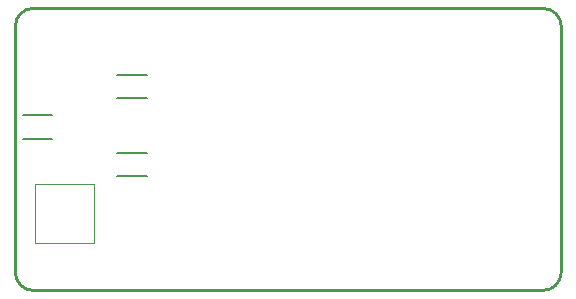
<source format=gm1>
G04*
G04 #@! TF.GenerationSoftware,Altium Limited,Altium Designer,22.2.1 (43)*
G04*
G04 Layer_Color=16711935*
%FSLAX25Y25*%
%MOIN*%
G70*
G04*
G04 #@! TF.SameCoordinates,5BB0EFD5-3206-4E1C-A6FC-55E40B3CF44B*
G04*
G04*
G04 #@! TF.FilePolarity,Positive*
G04*
G01*
G75*
%ADD10C,0.01000*%
%ADD93C,0.00500*%
%ADD95C,0.00000*%
D10*
X170000Y-47000D02*
G03*
X176000Y-41000I0J6000D01*
G01*
Y41000D02*
G03*
X170000Y47000I-6000J0D01*
G01*
X0D02*
G03*
X-6000Y41000I0J-6000D01*
G01*
Y-41000D02*
G03*
X0Y-47000I6000J0D01*
G01*
X-6000Y-41000D02*
Y41000D01*
X0Y47000D02*
X170000D01*
X176000Y-41000D02*
Y41000D01*
X0Y-47000D02*
X170000D01*
D93*
X-3421Y3563D02*
X6421D01*
X-3421Y11437D02*
X6421D01*
X28079Y-8937D02*
X37921D01*
X28079Y-1063D02*
X37921D01*
X28079Y17063D02*
X37921D01*
X28079Y24937D02*
X37921D01*
D95*
X20350Y-16195D02*
Y-14995D01*
Y-16195D02*
Y-14995D01*
Y-18163D02*
Y-16963D01*
Y-18163D02*
Y-16963D01*
Y-20132D02*
Y-18932D01*
Y-20132D02*
Y-18932D01*
Y-22100D02*
Y-20900D01*
Y-22100D02*
Y-20900D01*
Y-24069D02*
Y-22869D01*
Y-24069D02*
Y-22869D01*
Y-26037D02*
Y-24837D01*
Y-26037D02*
Y-24837D01*
Y-28005D02*
Y-26805D01*
Y-28005D02*
Y-26805D01*
X15805Y-31350D02*
X17006D01*
X15805D02*
X17006D01*
X13837D02*
X15037D01*
X13837D02*
X15037D01*
X11868D02*
X13069D01*
X11868D02*
X13069D01*
X9900D02*
X11100D01*
X9900D02*
X11100D01*
X7931D02*
X9132D01*
X7931D02*
X9132D01*
X5963D02*
X7163D01*
X5963D02*
X7163D01*
X3994D02*
X5195D01*
X3994D02*
X5195D01*
X650Y-28005D02*
Y-26805D01*
Y-28005D02*
Y-26805D01*
Y-26037D02*
Y-24837D01*
Y-26037D02*
Y-24837D01*
Y-24069D02*
Y-22869D01*
Y-24069D02*
Y-22869D01*
Y-22100D02*
Y-20900D01*
Y-22100D02*
Y-20900D01*
Y-20132D02*
Y-18932D01*
Y-20132D02*
Y-18932D01*
Y-18163D02*
Y-16963D01*
Y-18163D02*
Y-16963D01*
Y-16195D02*
Y-14995D01*
Y-16195D02*
Y-14995D01*
X3994Y-11650D02*
X5195D01*
X3994D02*
X5195D01*
X5963D02*
X7163D01*
X5963D02*
X7163D01*
X7931D02*
X9132D01*
X7931D02*
X9132D01*
X9900D02*
X11100D01*
X9900D02*
X11100D01*
X11868D02*
X13069D01*
X11868D02*
X13069D01*
X13837D02*
X15037D01*
X13837D02*
X15037D01*
X15805D02*
X17006D01*
X15805D02*
X17006D01*
X650Y-31350D02*
Y-11650D01*
X20350D01*
Y-31350D02*
Y-11650D01*
X650Y-31350D02*
X20350D01*
M02*

</source>
